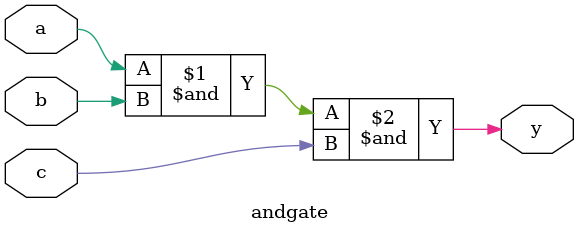
<source format=v>
module andgate (a, b, c, y);
input a, b, c;
output y;
assign y = a & b & c;
endmodule
</source>
